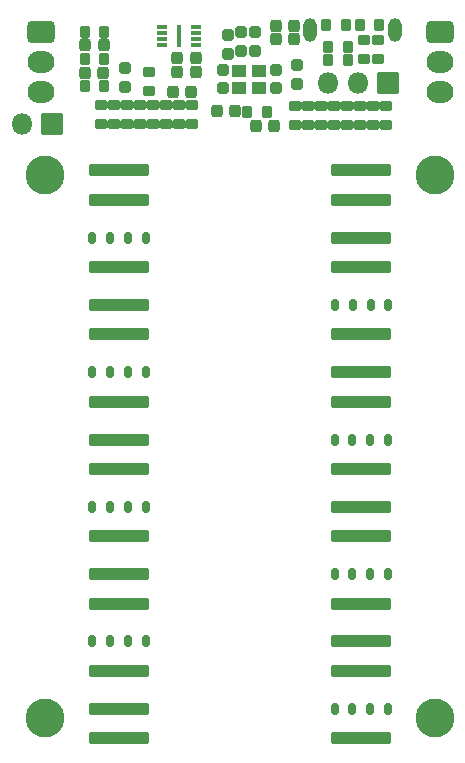
<source format=gbs>
G04 #@! TF.GenerationSoftware,KiCad,Pcbnew,(6.0.7)*
G04 #@! TF.CreationDate,2022-10-27T11:39:27+02:00*
G04 #@! TF.ProjectId,FluidPresenceSensor,466c7569-6450-4726-9573-656e63655365,rev?*
G04 #@! TF.SameCoordinates,Original*
G04 #@! TF.FileFunction,Soldermask,Bot*
G04 #@! TF.FilePolarity,Negative*
%FSLAX46Y46*%
G04 Gerber Fmt 4.6, Leading zero omitted, Abs format (unit mm)*
G04 Created by KiCad (PCBNEW (6.0.7)) date 2022-10-27 11:39:27*
%MOMM*%
%LPD*%
G01*
G04 APERTURE LIST*
G04 Aperture macros list*
%AMRoundRect*
0 Rectangle with rounded corners*
0 $1 Rounding radius*
0 $2 $3 $4 $5 $6 $7 $8 $9 X,Y pos of 4 corners*
0 Add a 4 corners polygon primitive as box body*
4,1,4,$2,$3,$4,$5,$6,$7,$8,$9,$2,$3,0*
0 Add four circle primitives for the rounded corners*
1,1,$1+$1,$2,$3*
1,1,$1+$1,$4,$5*
1,1,$1+$1,$6,$7*
1,1,$1+$1,$8,$9*
0 Add four rect primitives between the rounded corners*
20,1,$1+$1,$2,$3,$4,$5,0*
20,1,$1+$1,$4,$5,$6,$7,0*
20,1,$1+$1,$6,$7,$8,$9,0*
20,1,$1+$1,$8,$9,$2,$3,0*%
G04 Aperture macros list end*
%ADD10O,1.150000X2.000000*%
%ADD11RoundRect,0.050000X-0.850000X0.850000X-0.850000X-0.850000X0.850000X-0.850000X0.850000X0.850000X0*%
%ADD12O,1.800000X1.800000*%
%ADD13C,3.300000*%
%ADD14RoundRect,0.175000X2.375000X0.375000X-2.375000X0.375000X-2.375000X-0.375000X2.375000X-0.375000X0*%
%ADD15RoundRect,0.250000X0.275000X-0.200000X0.275000X0.200000X-0.275000X0.200000X-0.275000X-0.200000X0*%
%ADD16RoundRect,0.175000X-0.125000X-0.375000X0.125000X-0.375000X0.125000X0.375000X-0.125000X0.375000X0*%
%ADD17RoundRect,0.250000X-0.275000X0.200000X-0.275000X-0.200000X0.275000X-0.200000X0.275000X0.200000X0*%
%ADD18RoundRect,0.275000X-0.250000X0.225000X-0.250000X-0.225000X0.250000X-0.225000X0.250000X0.225000X0*%
%ADD19RoundRect,0.050000X-0.575000X-0.500000X0.575000X-0.500000X0.575000X0.500000X-0.575000X0.500000X0*%
%ADD20RoundRect,0.275000X0.225000X0.250000X-0.225000X0.250000X-0.225000X-0.250000X0.225000X-0.250000X0*%
%ADD21RoundRect,0.175000X0.125000X0.375000X-0.125000X0.375000X-0.125000X-0.375000X0.125000X-0.375000X0*%
%ADD22RoundRect,0.275000X-0.225000X-0.250000X0.225000X-0.250000X0.225000X0.250000X-0.225000X0.250000X0*%
%ADD23RoundRect,0.250000X-0.200000X-0.275000X0.200000X-0.275000X0.200000X0.275000X-0.200000X0.275000X0*%
%ADD24RoundRect,0.275000X0.250000X-0.225000X0.250000X0.225000X-0.250000X0.225000X-0.250000X-0.225000X0*%
%ADD25RoundRect,0.250000X0.200000X0.275000X-0.200000X0.275000X-0.200000X-0.275000X0.200000X-0.275000X0*%
%ADD26RoundRect,0.300000X-0.845000X0.620000X-0.845000X-0.620000X0.845000X-0.620000X0.845000X0.620000X0*%
%ADD27O,2.290000X1.840000*%
%ADD28RoundRect,0.050000X-0.375000X-0.150000X0.375000X-0.150000X0.375000X0.150000X-0.375000X0.150000X0*%
%ADD29RoundRect,0.050000X-0.150000X-0.850000X0.150000X-0.850000X0.150000X0.850000X-0.150000X0.850000X0*%
%ADD30RoundRect,0.050000X0.850000X-0.850000X0.850000X0.850000X-0.850000X0.850000X-0.850000X-0.850000X0*%
G04 APERTURE END LIST*
D10*
X108075000Y-31250000D03*
X100925000Y-31250000D03*
D11*
X79050000Y-39175000D03*
D12*
X76510000Y-39175000D03*
D13*
X78500000Y-89500000D03*
X111500000Y-43500000D03*
X111500000Y-89500000D03*
X78500000Y-43500000D03*
D14*
X105250000Y-91200000D03*
D15*
X87600000Y-39225000D03*
X87600000Y-37575000D03*
X107350000Y-39275000D03*
X107350000Y-37625000D03*
D16*
X106000000Y-88700000D03*
D17*
X106700000Y-32075000D03*
X106700000Y-33725000D03*
D18*
X95100000Y-31425000D03*
X95100000Y-32975000D03*
D15*
X101850000Y-39275000D03*
X101850000Y-37625000D03*
X102950000Y-39275000D03*
X102950000Y-37625000D03*
D16*
X106000000Y-77300000D03*
X104550000Y-54500000D03*
D14*
X84750000Y-85500000D03*
D19*
X94875000Y-34700000D03*
X96625000Y-34700000D03*
X96625000Y-36100000D03*
X94875000Y-36100000D03*
D20*
X91225000Y-33600000D03*
X89675000Y-33600000D03*
D21*
X84000000Y-71600000D03*
X103000000Y-88700000D03*
D15*
X84300000Y-39225000D03*
X84300000Y-37575000D03*
D14*
X84750000Y-68400000D03*
D18*
X85275000Y-34475000D03*
X85275000Y-36025000D03*
X96250000Y-31425000D03*
X96250000Y-32975000D03*
D21*
X87000000Y-48800000D03*
D15*
X105150000Y-39275000D03*
X105150000Y-37625000D03*
D22*
X98025000Y-30850000D03*
X99575000Y-30850000D03*
D23*
X81850000Y-33650000D03*
X83500000Y-33650000D03*
D20*
X83425000Y-34850000D03*
X81875000Y-34850000D03*
D14*
X84750000Y-91200000D03*
D21*
X82500000Y-48800000D03*
X107500000Y-77300000D03*
D14*
X105250000Y-85500000D03*
D24*
X98000000Y-36175000D03*
X98000000Y-34625000D03*
D14*
X105250000Y-62700000D03*
D21*
X84000000Y-83000000D03*
D15*
X106250000Y-39275000D03*
X106250000Y-37625000D03*
D14*
X105250000Y-48800000D03*
X105250000Y-74100000D03*
X105250000Y-43100000D03*
X84750000Y-57000000D03*
D25*
X103925000Y-30800000D03*
X102275000Y-30800000D03*
D21*
X82500000Y-83000000D03*
D14*
X84750000Y-74100000D03*
X84750000Y-88700000D03*
D16*
X104500000Y-77300000D03*
D21*
X84000000Y-60200000D03*
D22*
X81900000Y-32500000D03*
X83450000Y-32500000D03*
D14*
X105250000Y-51300000D03*
D15*
X90900000Y-39225000D03*
X90900000Y-37575000D03*
D21*
X87000000Y-71600000D03*
D14*
X84750000Y-77300000D03*
D21*
X84000000Y-48800000D03*
D14*
X105250000Y-45600000D03*
D15*
X85400000Y-39225000D03*
X85400000Y-37575000D03*
D17*
X105500000Y-32075000D03*
X105500000Y-33725000D03*
D14*
X105250000Y-57000000D03*
D21*
X85500000Y-60200000D03*
D25*
X83500000Y-31400000D03*
X81850000Y-31400000D03*
X104125000Y-33800000D03*
X102475000Y-33800000D03*
D16*
X104500000Y-65900000D03*
D22*
X96325000Y-39350000D03*
X97875000Y-39350000D03*
D21*
X103000000Y-65900000D03*
X107500000Y-65900000D03*
D15*
X100750000Y-39275000D03*
X100750000Y-37625000D03*
D14*
X105250000Y-71600000D03*
D21*
X85500000Y-83000000D03*
D23*
X95625000Y-38150000D03*
X97275000Y-38150000D03*
D26*
X111920000Y-31360000D03*
D27*
X111920000Y-33900000D03*
X111920000Y-36440000D03*
D14*
X84750000Y-54500000D03*
D25*
X104125000Y-32650000D03*
X102475000Y-32650000D03*
D21*
X82500000Y-71600000D03*
D28*
X88350000Y-32500000D03*
X88350000Y-32000000D03*
X88350000Y-31500000D03*
X88350000Y-31000000D03*
X91250000Y-31000000D03*
X91250000Y-31500000D03*
X91250000Y-32000000D03*
X91250000Y-32500000D03*
D29*
X89800000Y-31750000D03*
D25*
X106775000Y-30800000D03*
X105125000Y-30800000D03*
D15*
X83200000Y-39225000D03*
X83200000Y-37575000D03*
D30*
X107500000Y-35750000D03*
D12*
X104960000Y-35750000D03*
X102420000Y-35750000D03*
D15*
X104050000Y-39275000D03*
X104050000Y-37625000D03*
D16*
X104500000Y-88700000D03*
D17*
X87250000Y-34775000D03*
X87250000Y-36425000D03*
D14*
X105250000Y-68400000D03*
X84750000Y-43100000D03*
D20*
X90875000Y-36500000D03*
X89325000Y-36500000D03*
D14*
X84750000Y-79800000D03*
D16*
X106050000Y-54500000D03*
X106000000Y-65900000D03*
D15*
X99650000Y-39275000D03*
X99650000Y-37625000D03*
D26*
X78170000Y-31360000D03*
D27*
X78170000Y-33900000D03*
X78170000Y-36440000D03*
D14*
X84750000Y-45600000D03*
D22*
X98025000Y-32000000D03*
X99575000Y-32000000D03*
D15*
X86500000Y-39225000D03*
X86500000Y-37575000D03*
X89800000Y-39225000D03*
X89800000Y-37575000D03*
D18*
X93950000Y-31675000D03*
X93950000Y-33225000D03*
D21*
X85500000Y-71600000D03*
D18*
X93550000Y-34625000D03*
X93550000Y-36175000D03*
D15*
X88700000Y-39225000D03*
X88700000Y-37575000D03*
D14*
X105250000Y-60200000D03*
D23*
X81850000Y-36000000D03*
X83500000Y-36000000D03*
D21*
X82500000Y-60200000D03*
D14*
X105250000Y-79800000D03*
X84750000Y-65900000D03*
X84750000Y-51300000D03*
D24*
X99800000Y-35775000D03*
X99800000Y-34225000D03*
D21*
X103050000Y-54500000D03*
X87000000Y-83000000D03*
X107500000Y-88700000D03*
D20*
X94575000Y-38100000D03*
X93025000Y-38100000D03*
D21*
X87000000Y-60200000D03*
D20*
X91225000Y-34750000D03*
X89675000Y-34750000D03*
D21*
X103000000Y-77300000D03*
X107550000Y-54500000D03*
D14*
X84750000Y-62700000D03*
X105250000Y-83000000D03*
D21*
X85500000Y-48800000D03*
G36*
X105659837Y-38990393D02*
G01*
X105682833Y-39012253D01*
X105719460Y-39011325D01*
X105740078Y-38990671D01*
X105742009Y-38990152D01*
X105743424Y-38991565D01*
X105743455Y-38992474D01*
X105727000Y-39075199D01*
X105727000Y-39474801D01*
X105743503Y-39557767D01*
X105742860Y-39559661D01*
X105740898Y-39560051D01*
X105740163Y-39559607D01*
X105717167Y-39537747D01*
X105680540Y-39538675D01*
X105659922Y-39559329D01*
X105657991Y-39559848D01*
X105656576Y-39558435D01*
X105656545Y-39557526D01*
X105673000Y-39474801D01*
X105673000Y-39075199D01*
X105656497Y-38992233D01*
X105657140Y-38990339D01*
X105659102Y-38989949D01*
X105659837Y-38990393D01*
G37*
G36*
X100159837Y-38990393D02*
G01*
X100182833Y-39012253D01*
X100219460Y-39011325D01*
X100240078Y-38990671D01*
X100242009Y-38990152D01*
X100243424Y-38991565D01*
X100243455Y-38992474D01*
X100227000Y-39075199D01*
X100227000Y-39474801D01*
X100243503Y-39557767D01*
X100242860Y-39559661D01*
X100240898Y-39560051D01*
X100240163Y-39559607D01*
X100217167Y-39537747D01*
X100180540Y-39538675D01*
X100159922Y-39559329D01*
X100157991Y-39559848D01*
X100156576Y-39558435D01*
X100156545Y-39557526D01*
X100173000Y-39474801D01*
X100173000Y-39075199D01*
X100156497Y-38992233D01*
X100157140Y-38990339D01*
X100159102Y-38989949D01*
X100159837Y-38990393D01*
G37*
G36*
X104559837Y-38990393D02*
G01*
X104582833Y-39012253D01*
X104619460Y-39011325D01*
X104640078Y-38990671D01*
X104642009Y-38990152D01*
X104643424Y-38991565D01*
X104643455Y-38992474D01*
X104627000Y-39075199D01*
X104627000Y-39474801D01*
X104643503Y-39557767D01*
X104642860Y-39559661D01*
X104640898Y-39560051D01*
X104640163Y-39559607D01*
X104617167Y-39537747D01*
X104580540Y-39538675D01*
X104559922Y-39559329D01*
X104557991Y-39559848D01*
X104556576Y-39558435D01*
X104556545Y-39557526D01*
X104573000Y-39474801D01*
X104573000Y-39075199D01*
X104556497Y-38992233D01*
X104557140Y-38990339D01*
X104559102Y-38989949D01*
X104559837Y-38990393D01*
G37*
G36*
X102359837Y-38990393D02*
G01*
X102382833Y-39012253D01*
X102419460Y-39011325D01*
X102440078Y-38990671D01*
X102442009Y-38990152D01*
X102443424Y-38991565D01*
X102443455Y-38992474D01*
X102427000Y-39075199D01*
X102427000Y-39474801D01*
X102443503Y-39557767D01*
X102442860Y-39559661D01*
X102440898Y-39560051D01*
X102440163Y-39559607D01*
X102417167Y-39537747D01*
X102380540Y-39538675D01*
X102359922Y-39559329D01*
X102357991Y-39559848D01*
X102356576Y-39558435D01*
X102356545Y-39557526D01*
X102373000Y-39474801D01*
X102373000Y-39075199D01*
X102356497Y-38992233D01*
X102357140Y-38990339D01*
X102359102Y-38989949D01*
X102359837Y-38990393D01*
G37*
G36*
X103459837Y-38990393D02*
G01*
X103482833Y-39012253D01*
X103519460Y-39011325D01*
X103540078Y-38990671D01*
X103542009Y-38990152D01*
X103543424Y-38991565D01*
X103543455Y-38992474D01*
X103527000Y-39075199D01*
X103527000Y-39474801D01*
X103543503Y-39557767D01*
X103542860Y-39559661D01*
X103540898Y-39560051D01*
X103540163Y-39559607D01*
X103517167Y-39537747D01*
X103480540Y-39538675D01*
X103459922Y-39559329D01*
X103457991Y-39559848D01*
X103456576Y-39558435D01*
X103456545Y-39557526D01*
X103473000Y-39474801D01*
X103473000Y-39075199D01*
X103456497Y-38992233D01*
X103457140Y-38990339D01*
X103459102Y-38989949D01*
X103459837Y-38990393D01*
G37*
G36*
X101259837Y-38990393D02*
G01*
X101282833Y-39012253D01*
X101319460Y-39011325D01*
X101340078Y-38990671D01*
X101342009Y-38990152D01*
X101343424Y-38991565D01*
X101343455Y-38992474D01*
X101327000Y-39075199D01*
X101327000Y-39474801D01*
X101343503Y-39557767D01*
X101342860Y-39559661D01*
X101340898Y-39560051D01*
X101340163Y-39559607D01*
X101317167Y-39537747D01*
X101280540Y-39538675D01*
X101259922Y-39559329D01*
X101257991Y-39559848D01*
X101256576Y-39558435D01*
X101256545Y-39557526D01*
X101273000Y-39474801D01*
X101273000Y-39075199D01*
X101256497Y-38992233D01*
X101257140Y-38990339D01*
X101259102Y-38989949D01*
X101259837Y-38990393D01*
G37*
G36*
X106759837Y-38990393D02*
G01*
X106782833Y-39012253D01*
X106819460Y-39011325D01*
X106840078Y-38990671D01*
X106842009Y-38990152D01*
X106843424Y-38991565D01*
X106843455Y-38992474D01*
X106827000Y-39075199D01*
X106827000Y-39474801D01*
X106843503Y-39557767D01*
X106842860Y-39559661D01*
X106840898Y-39560051D01*
X106840163Y-39559607D01*
X106817167Y-39537747D01*
X106780540Y-39538675D01*
X106759922Y-39559329D01*
X106757991Y-39559848D01*
X106756576Y-39558435D01*
X106756545Y-39557526D01*
X106773000Y-39474801D01*
X106773000Y-39075199D01*
X106756497Y-38992233D01*
X106757140Y-38990339D01*
X106759102Y-38989949D01*
X106759837Y-38990393D01*
G37*
G36*
X83709837Y-38940393D02*
G01*
X83732833Y-38962253D01*
X83769460Y-38961325D01*
X83790078Y-38940671D01*
X83792009Y-38940152D01*
X83793424Y-38941565D01*
X83793455Y-38942474D01*
X83777000Y-39025199D01*
X83777000Y-39424801D01*
X83793503Y-39507767D01*
X83792860Y-39509661D01*
X83790898Y-39510051D01*
X83790163Y-39509607D01*
X83767167Y-39487747D01*
X83730540Y-39488675D01*
X83709922Y-39509329D01*
X83707991Y-39509848D01*
X83706576Y-39508435D01*
X83706545Y-39507526D01*
X83723000Y-39424801D01*
X83723000Y-39025199D01*
X83706497Y-38942233D01*
X83707140Y-38940339D01*
X83709102Y-38939949D01*
X83709837Y-38940393D01*
G37*
G36*
X88109837Y-38940393D02*
G01*
X88132833Y-38962253D01*
X88169460Y-38961325D01*
X88190078Y-38940671D01*
X88192009Y-38940152D01*
X88193424Y-38941565D01*
X88193455Y-38942474D01*
X88177000Y-39025199D01*
X88177000Y-39424801D01*
X88193503Y-39507767D01*
X88192860Y-39509661D01*
X88190898Y-39510051D01*
X88190163Y-39509607D01*
X88167167Y-39487747D01*
X88130540Y-39488675D01*
X88109922Y-39509329D01*
X88107991Y-39509848D01*
X88106576Y-39508435D01*
X88106545Y-39507526D01*
X88123000Y-39424801D01*
X88123000Y-39025199D01*
X88106497Y-38942233D01*
X88107140Y-38940339D01*
X88109102Y-38939949D01*
X88109837Y-38940393D01*
G37*
G36*
X87009837Y-38940393D02*
G01*
X87032833Y-38962253D01*
X87069460Y-38961325D01*
X87090078Y-38940671D01*
X87092009Y-38940152D01*
X87093424Y-38941565D01*
X87093455Y-38942474D01*
X87077000Y-39025199D01*
X87077000Y-39424801D01*
X87093503Y-39507767D01*
X87092860Y-39509661D01*
X87090898Y-39510051D01*
X87090163Y-39509607D01*
X87067167Y-39487747D01*
X87030540Y-39488675D01*
X87009922Y-39509329D01*
X87007991Y-39509848D01*
X87006576Y-39508435D01*
X87006545Y-39507526D01*
X87023000Y-39424801D01*
X87023000Y-39025199D01*
X87006497Y-38942233D01*
X87007140Y-38940339D01*
X87009102Y-38939949D01*
X87009837Y-38940393D01*
G37*
G36*
X84809837Y-38940393D02*
G01*
X84832833Y-38962253D01*
X84869460Y-38961325D01*
X84890078Y-38940671D01*
X84892009Y-38940152D01*
X84893424Y-38941565D01*
X84893455Y-38942474D01*
X84877000Y-39025199D01*
X84877000Y-39424801D01*
X84893503Y-39507767D01*
X84892860Y-39509661D01*
X84890898Y-39510051D01*
X84890163Y-39509607D01*
X84867167Y-39487747D01*
X84830540Y-39488675D01*
X84809922Y-39509329D01*
X84807991Y-39509848D01*
X84806576Y-39508435D01*
X84806545Y-39507526D01*
X84823000Y-39424801D01*
X84823000Y-39025199D01*
X84806497Y-38942233D01*
X84807140Y-38940339D01*
X84809102Y-38939949D01*
X84809837Y-38940393D01*
G37*
G36*
X89209837Y-38940393D02*
G01*
X89232833Y-38962253D01*
X89269460Y-38961325D01*
X89290078Y-38940671D01*
X89292009Y-38940152D01*
X89293424Y-38941565D01*
X89293455Y-38942474D01*
X89277000Y-39025199D01*
X89277000Y-39424801D01*
X89293503Y-39507767D01*
X89292860Y-39509661D01*
X89290898Y-39510051D01*
X89290163Y-39509607D01*
X89267167Y-39487747D01*
X89230540Y-39488675D01*
X89209922Y-39509329D01*
X89207991Y-39509848D01*
X89206576Y-39508435D01*
X89206545Y-39507526D01*
X89223000Y-39424801D01*
X89223000Y-39025199D01*
X89206497Y-38942233D01*
X89207140Y-38940339D01*
X89209102Y-38939949D01*
X89209837Y-38940393D01*
G37*
G36*
X90309837Y-38940393D02*
G01*
X90332833Y-38962253D01*
X90369460Y-38961325D01*
X90390078Y-38940671D01*
X90392009Y-38940152D01*
X90393424Y-38941565D01*
X90393455Y-38942474D01*
X90377000Y-39025199D01*
X90377000Y-39424801D01*
X90393503Y-39507767D01*
X90392860Y-39509661D01*
X90390898Y-39510051D01*
X90390163Y-39509607D01*
X90367167Y-39487747D01*
X90330540Y-39488675D01*
X90309922Y-39509329D01*
X90307991Y-39509848D01*
X90306576Y-39508435D01*
X90306545Y-39507526D01*
X90323000Y-39424801D01*
X90323000Y-39025199D01*
X90306497Y-38942233D01*
X90307140Y-38940339D01*
X90309102Y-38939949D01*
X90309837Y-38940393D01*
G37*
G36*
X85909837Y-38940393D02*
G01*
X85932833Y-38962253D01*
X85969460Y-38961325D01*
X85990078Y-38940671D01*
X85992009Y-38940152D01*
X85993424Y-38941565D01*
X85993455Y-38942474D01*
X85977000Y-39025199D01*
X85977000Y-39424801D01*
X85993503Y-39507767D01*
X85992860Y-39509661D01*
X85990898Y-39510051D01*
X85990163Y-39509607D01*
X85967167Y-39487747D01*
X85930540Y-39488675D01*
X85909922Y-39509329D01*
X85907991Y-39509848D01*
X85906576Y-39508435D01*
X85906545Y-39507526D01*
X85923000Y-39424801D01*
X85923000Y-39025199D01*
X85906497Y-38942233D01*
X85907140Y-38940339D01*
X85909102Y-38939949D01*
X85909837Y-38940393D01*
G37*
G36*
X100159837Y-37340393D02*
G01*
X100182833Y-37362253D01*
X100219460Y-37361325D01*
X100240078Y-37340671D01*
X100242009Y-37340152D01*
X100243424Y-37341565D01*
X100243455Y-37342474D01*
X100227000Y-37425199D01*
X100227000Y-37824801D01*
X100243503Y-37907767D01*
X100242860Y-37909661D01*
X100240898Y-37910051D01*
X100240163Y-37909607D01*
X100217167Y-37887747D01*
X100180540Y-37888675D01*
X100159922Y-37909329D01*
X100157991Y-37909848D01*
X100156576Y-37908435D01*
X100156545Y-37907526D01*
X100173000Y-37824801D01*
X100173000Y-37425199D01*
X100156497Y-37342233D01*
X100157140Y-37340339D01*
X100159102Y-37339949D01*
X100159837Y-37340393D01*
G37*
G36*
X103459837Y-37340393D02*
G01*
X103482833Y-37362253D01*
X103519460Y-37361325D01*
X103540078Y-37340671D01*
X103542009Y-37340152D01*
X103543424Y-37341565D01*
X103543455Y-37342474D01*
X103527000Y-37425199D01*
X103527000Y-37824801D01*
X103543503Y-37907767D01*
X103542860Y-37909661D01*
X103540898Y-37910051D01*
X103540163Y-37909607D01*
X103517167Y-37887747D01*
X103480540Y-37888675D01*
X103459922Y-37909329D01*
X103457991Y-37909848D01*
X103456576Y-37908435D01*
X103456545Y-37907526D01*
X103473000Y-37824801D01*
X103473000Y-37425199D01*
X103456497Y-37342233D01*
X103457140Y-37340339D01*
X103459102Y-37339949D01*
X103459837Y-37340393D01*
G37*
G36*
X105659837Y-37340393D02*
G01*
X105682833Y-37362253D01*
X105719460Y-37361325D01*
X105740078Y-37340671D01*
X105742009Y-37340152D01*
X105743424Y-37341565D01*
X105743455Y-37342474D01*
X105727000Y-37425199D01*
X105727000Y-37824801D01*
X105743503Y-37907767D01*
X105742860Y-37909661D01*
X105740898Y-37910051D01*
X105740163Y-37909607D01*
X105717167Y-37887747D01*
X105680540Y-37888675D01*
X105659922Y-37909329D01*
X105657991Y-37909848D01*
X105656576Y-37908435D01*
X105656545Y-37907526D01*
X105673000Y-37824801D01*
X105673000Y-37425199D01*
X105656497Y-37342233D01*
X105657140Y-37340339D01*
X105659102Y-37339949D01*
X105659837Y-37340393D01*
G37*
G36*
X106759837Y-37340393D02*
G01*
X106782833Y-37362253D01*
X106819460Y-37361325D01*
X106840078Y-37340671D01*
X106842009Y-37340152D01*
X106843424Y-37341565D01*
X106843455Y-37342474D01*
X106827000Y-37425199D01*
X106827000Y-37824801D01*
X106843503Y-37907767D01*
X106842860Y-37909661D01*
X106840898Y-37910051D01*
X106840163Y-37909607D01*
X106817167Y-37887747D01*
X106780540Y-37888675D01*
X106759922Y-37909329D01*
X106757991Y-37909848D01*
X106756576Y-37908435D01*
X106756545Y-37907526D01*
X106773000Y-37824801D01*
X106773000Y-37425199D01*
X106756497Y-37342233D01*
X106757140Y-37340339D01*
X106759102Y-37339949D01*
X106759837Y-37340393D01*
G37*
G36*
X104559837Y-37340393D02*
G01*
X104582833Y-37362253D01*
X104619460Y-37361325D01*
X104640078Y-37340671D01*
X104642009Y-37340152D01*
X104643424Y-37341565D01*
X104643455Y-37342474D01*
X104627000Y-37425199D01*
X104627000Y-37824801D01*
X104643503Y-37907767D01*
X104642860Y-37909661D01*
X104640898Y-37910051D01*
X104640163Y-37909607D01*
X104617167Y-37887747D01*
X104580540Y-37888675D01*
X104559922Y-37909329D01*
X104557991Y-37909848D01*
X104556576Y-37908435D01*
X104556545Y-37907526D01*
X104573000Y-37824801D01*
X104573000Y-37425199D01*
X104556497Y-37342233D01*
X104557140Y-37340339D01*
X104559102Y-37339949D01*
X104559837Y-37340393D01*
G37*
G36*
X102359837Y-37340393D02*
G01*
X102382833Y-37362253D01*
X102419460Y-37361325D01*
X102440078Y-37340671D01*
X102442009Y-37340152D01*
X102443424Y-37341565D01*
X102443455Y-37342474D01*
X102427000Y-37425199D01*
X102427000Y-37824801D01*
X102443503Y-37907767D01*
X102442860Y-37909661D01*
X102440898Y-37910051D01*
X102440163Y-37909607D01*
X102417167Y-37887747D01*
X102380540Y-37888675D01*
X102359922Y-37909329D01*
X102357991Y-37909848D01*
X102356576Y-37908435D01*
X102356545Y-37907526D01*
X102373000Y-37824801D01*
X102373000Y-37425199D01*
X102356497Y-37342233D01*
X102357140Y-37340339D01*
X102359102Y-37339949D01*
X102359837Y-37340393D01*
G37*
G36*
X101259837Y-37340393D02*
G01*
X101282833Y-37362253D01*
X101319460Y-37361325D01*
X101340078Y-37340671D01*
X101342009Y-37340152D01*
X101343424Y-37341565D01*
X101343455Y-37342474D01*
X101327000Y-37425199D01*
X101327000Y-37824801D01*
X101343503Y-37907767D01*
X101342860Y-37909661D01*
X101340898Y-37910051D01*
X101340163Y-37909607D01*
X101317167Y-37887747D01*
X101280540Y-37888675D01*
X101259922Y-37909329D01*
X101257991Y-37909848D01*
X101256576Y-37908435D01*
X101256545Y-37907526D01*
X101273000Y-37824801D01*
X101273000Y-37425199D01*
X101256497Y-37342233D01*
X101257140Y-37340339D01*
X101259102Y-37339949D01*
X101259837Y-37340393D01*
G37*
G36*
X85909837Y-37290393D02*
G01*
X85932833Y-37312253D01*
X85969460Y-37311325D01*
X85990078Y-37290671D01*
X85992009Y-37290152D01*
X85993424Y-37291565D01*
X85993455Y-37292474D01*
X85977000Y-37375199D01*
X85977000Y-37774801D01*
X85993503Y-37857767D01*
X85992860Y-37859661D01*
X85990898Y-37860051D01*
X85990163Y-37859607D01*
X85967167Y-37837747D01*
X85930540Y-37838675D01*
X85909922Y-37859329D01*
X85907991Y-37859848D01*
X85906576Y-37858435D01*
X85906545Y-37857526D01*
X85923000Y-37774801D01*
X85923000Y-37375199D01*
X85906497Y-37292233D01*
X85907140Y-37290339D01*
X85909102Y-37289949D01*
X85909837Y-37290393D01*
G37*
G36*
X89209837Y-37290393D02*
G01*
X89232833Y-37312253D01*
X89269460Y-37311325D01*
X89290078Y-37290671D01*
X89292009Y-37290152D01*
X89293424Y-37291565D01*
X89293455Y-37292474D01*
X89277000Y-37375199D01*
X89277000Y-37774801D01*
X89293503Y-37857767D01*
X89292860Y-37859661D01*
X89290898Y-37860051D01*
X89290163Y-37859607D01*
X89267167Y-37837747D01*
X89230540Y-37838675D01*
X89209922Y-37859329D01*
X89207991Y-37859848D01*
X89206576Y-37858435D01*
X89206545Y-37857526D01*
X89223000Y-37774801D01*
X89223000Y-37375199D01*
X89206497Y-37292233D01*
X89207140Y-37290339D01*
X89209102Y-37289949D01*
X89209837Y-37290393D01*
G37*
G36*
X87009837Y-37290393D02*
G01*
X87032833Y-37312253D01*
X87069460Y-37311325D01*
X87090078Y-37290671D01*
X87092009Y-37290152D01*
X87093424Y-37291565D01*
X87093455Y-37292474D01*
X87077000Y-37375199D01*
X87077000Y-37774801D01*
X87093503Y-37857767D01*
X87092860Y-37859661D01*
X87090898Y-37860051D01*
X87090163Y-37859607D01*
X87067167Y-37837747D01*
X87030540Y-37838675D01*
X87009922Y-37859329D01*
X87007991Y-37859848D01*
X87006576Y-37858435D01*
X87006545Y-37857526D01*
X87023000Y-37774801D01*
X87023000Y-37375199D01*
X87006497Y-37292233D01*
X87007140Y-37290339D01*
X87009102Y-37289949D01*
X87009837Y-37290393D01*
G37*
G36*
X88109837Y-37290393D02*
G01*
X88132833Y-37312253D01*
X88169460Y-37311325D01*
X88190078Y-37290671D01*
X88192009Y-37290152D01*
X88193424Y-37291565D01*
X88193455Y-37292474D01*
X88177000Y-37375199D01*
X88177000Y-37774801D01*
X88193503Y-37857767D01*
X88192860Y-37859661D01*
X88190898Y-37860051D01*
X88190163Y-37859607D01*
X88167167Y-37837747D01*
X88130540Y-37838675D01*
X88109922Y-37859329D01*
X88107991Y-37859848D01*
X88106576Y-37858435D01*
X88106545Y-37857526D01*
X88123000Y-37774801D01*
X88123000Y-37375199D01*
X88106497Y-37292233D01*
X88107140Y-37290339D01*
X88109102Y-37289949D01*
X88109837Y-37290393D01*
G37*
G36*
X83709837Y-37290393D02*
G01*
X83732833Y-37312253D01*
X83769460Y-37311325D01*
X83790078Y-37290671D01*
X83792009Y-37290152D01*
X83793424Y-37291565D01*
X83793455Y-37292474D01*
X83777000Y-37375199D01*
X83777000Y-37774801D01*
X83793503Y-37857767D01*
X83792860Y-37859661D01*
X83790898Y-37860051D01*
X83790163Y-37859607D01*
X83767167Y-37837747D01*
X83730540Y-37838675D01*
X83709922Y-37859329D01*
X83707991Y-37859848D01*
X83706576Y-37858435D01*
X83706545Y-37857526D01*
X83723000Y-37774801D01*
X83723000Y-37375199D01*
X83706497Y-37292233D01*
X83707140Y-37290339D01*
X83709102Y-37289949D01*
X83709837Y-37290393D01*
G37*
G36*
X90309837Y-37290393D02*
G01*
X90332833Y-37312253D01*
X90369460Y-37311325D01*
X90390078Y-37290671D01*
X90392009Y-37290152D01*
X90393424Y-37291565D01*
X90393455Y-37292474D01*
X90377000Y-37375199D01*
X90377000Y-37774801D01*
X90393503Y-37857767D01*
X90392860Y-37859661D01*
X90390898Y-37860051D01*
X90390163Y-37859607D01*
X90367167Y-37837747D01*
X90330540Y-37838675D01*
X90309922Y-37859329D01*
X90307991Y-37859848D01*
X90306576Y-37858435D01*
X90306545Y-37857526D01*
X90323000Y-37774801D01*
X90323000Y-37375199D01*
X90306497Y-37292233D01*
X90307140Y-37290339D01*
X90309102Y-37289949D01*
X90309837Y-37290393D01*
G37*
G36*
X84809837Y-37290393D02*
G01*
X84832833Y-37312253D01*
X84869460Y-37311325D01*
X84890078Y-37290671D01*
X84892009Y-37290152D01*
X84893424Y-37291565D01*
X84893455Y-37292474D01*
X84877000Y-37375199D01*
X84877000Y-37774801D01*
X84893503Y-37857767D01*
X84892860Y-37859661D01*
X84890898Y-37860051D01*
X84890163Y-37859607D01*
X84867167Y-37837747D01*
X84830540Y-37838675D01*
X84809922Y-37859329D01*
X84807991Y-37859848D01*
X84806576Y-37858435D01*
X84806545Y-37857526D01*
X84823000Y-37774801D01*
X84823000Y-37375199D01*
X84806497Y-37292233D01*
X84807140Y-37290339D01*
X84809102Y-37289949D01*
X84809837Y-37290393D01*
G37*
G36*
X82207251Y-31866027D02*
G01*
X82206670Y-31867571D01*
X82192530Y-31881735D01*
X82191927Y-31882150D01*
X82174298Y-31889981D01*
X82148777Y-31916829D01*
X82149704Y-31953427D01*
X82176462Y-31978863D01*
X82187270Y-31981612D01*
X82195220Y-31982658D01*
X82195804Y-31982828D01*
X82211790Y-31990282D01*
X82212937Y-31991921D01*
X82212092Y-31993733D01*
X82210555Y-31994057D01*
X82124801Y-31977000D01*
X81675199Y-31977000D01*
X81578345Y-31996265D01*
X81576451Y-31995622D01*
X81576061Y-31993660D01*
X81576480Y-31992952D01*
X81597025Y-31970532D01*
X81595426Y-31933918D01*
X81572300Y-31911251D01*
X81571763Y-31909325D01*
X81573163Y-31907896D01*
X81574090Y-31907861D01*
X81650199Y-31923000D01*
X82049801Y-31923000D01*
X82144892Y-31904085D01*
X82204144Y-31864495D01*
X82206140Y-31864364D01*
X82207251Y-31866027D01*
G37*
G36*
X83146044Y-31864620D02*
G01*
X83205108Y-31904085D01*
X83300199Y-31923000D01*
X83699801Y-31923000D01*
X83776058Y-31907832D01*
X83777952Y-31908475D01*
X83778342Y-31910437D01*
X83777898Y-31911172D01*
X83753331Y-31937014D01*
X83754259Y-31973653D01*
X83773083Y-31992825D01*
X83773583Y-31994761D01*
X83772156Y-31996163D01*
X83771266Y-31996188D01*
X83674801Y-31977000D01*
X83225199Y-31977000D01*
X83139447Y-31994057D01*
X83137553Y-31993414D01*
X83137163Y-31991452D01*
X83138212Y-31990282D01*
X83154197Y-31982828D01*
X83154781Y-31982658D01*
X83162364Y-31981660D01*
X83194442Y-31963139D01*
X83203918Y-31927776D01*
X83185459Y-31895806D01*
X83175794Y-31890073D01*
X83158435Y-31882398D01*
X83157831Y-31881984D01*
X83143520Y-31867698D01*
X83143001Y-31865767D01*
X83144414Y-31864352D01*
X83146044Y-31864620D01*
G37*
M02*

</source>
